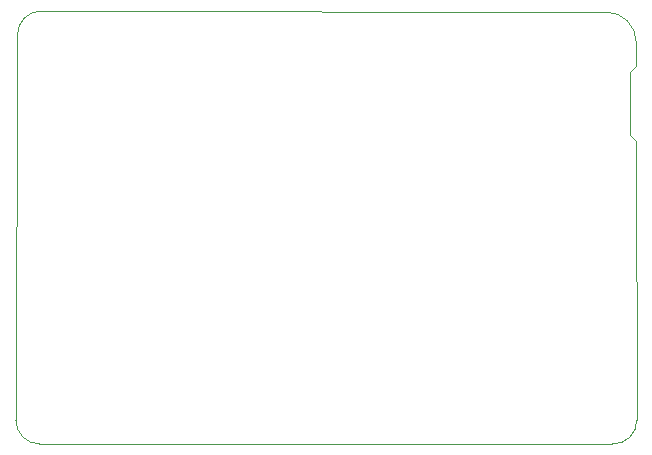
<source format=gbr>
%TF.GenerationSoftware,KiCad,Pcbnew,7.0.5*%
%TF.CreationDate,2023-10-10T15:43:23+02:00*%
%TF.ProjectId,sharp-ce140f-emul_v2,73686172-702d-4636-9531-3430662d656d,rev?*%
%TF.SameCoordinates,Original*%
%TF.FileFunction,Profile,NP*%
%FSLAX46Y46*%
G04 Gerber Fmt 4.6, Leading zero omitted, Abs format (unit mm)*
G04 Created by KiCad (PCBNEW 7.0.5) date 2023-10-10 15:43:23*
%MOMM*%
%LPD*%
G01*
G04 APERTURE LIST*
%TA.AperFunction,Profile*%
%ADD10C,0.050000*%
%TD*%
G04 APERTURE END LIST*
D10*
X134268522Y-85781029D02*
G75*
G03*
X132249457Y-87780938I-19065J-1999909D01*
G01*
X184150000Y-90932000D02*
X184150000Y-96266000D01*
X184626142Y-88390395D02*
G75*
G03*
X182122268Y-85877414I-2503863J9101D01*
G01*
X134268522Y-85781029D02*
X182122268Y-85877414D01*
X184658000Y-96760000D02*
X184681895Y-120395052D01*
X184626142Y-88390395D02*
X184658000Y-90424000D01*
X184150000Y-96266000D02*
X184658000Y-96760000D01*
X132112091Y-120408935D02*
G75*
G03*
X134112000Y-122428000I1999909J-19065D01*
G01*
X182626000Y-122428000D02*
G75*
G03*
X184681895Y-120395052I99600J1955300D01*
G01*
X132118893Y-120409000D02*
X132249457Y-87780938D01*
X182626000Y-122428000D02*
X134112000Y-122428000D01*
X184658000Y-90424000D02*
X184150000Y-90932000D01*
M02*

</source>
